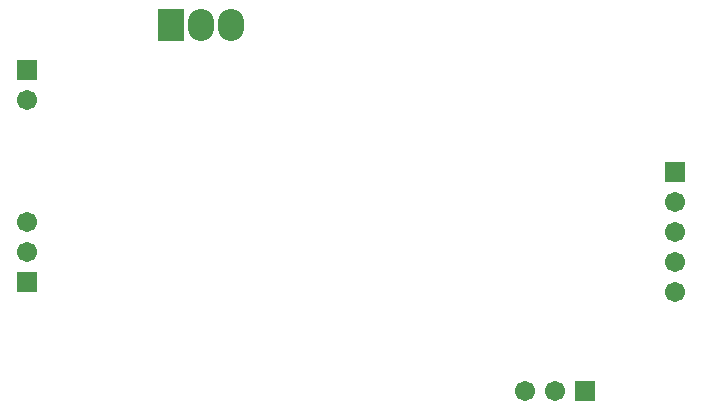
<source format=gbs>
G04*
G04 #@! TF.GenerationSoftware,Altium Limited,Altium Designer,18.1.9 (240)*
G04*
G04 Layer_Color=16711935*
%FSLAX25Y25*%
%MOIN*%
G70*
G01*
G75*
%ADD51C,0.06706*%
%ADD52R,0.06706X0.06706*%
%ADD53R,0.08674X0.10642*%
%ADD54O,0.08674X0.10642*%
%ADD55R,0.06706X0.06706*%
D51*
X529500Y295500D02*
D03*
Y305500D02*
D03*
Y315500D02*
D03*
Y325500D02*
D03*
X489717Y262500D02*
D03*
X479717D02*
D03*
X313500Y359500D02*
D03*
Y309000D02*
D03*
Y319000D02*
D03*
D52*
X529500Y335500D02*
D03*
X313500Y369500D02*
D03*
Y299000D02*
D03*
D53*
X361500Y384500D02*
D03*
D54*
X381500D02*
D03*
X371500D02*
D03*
D55*
X499717Y262500D02*
D03*
M02*

</source>
